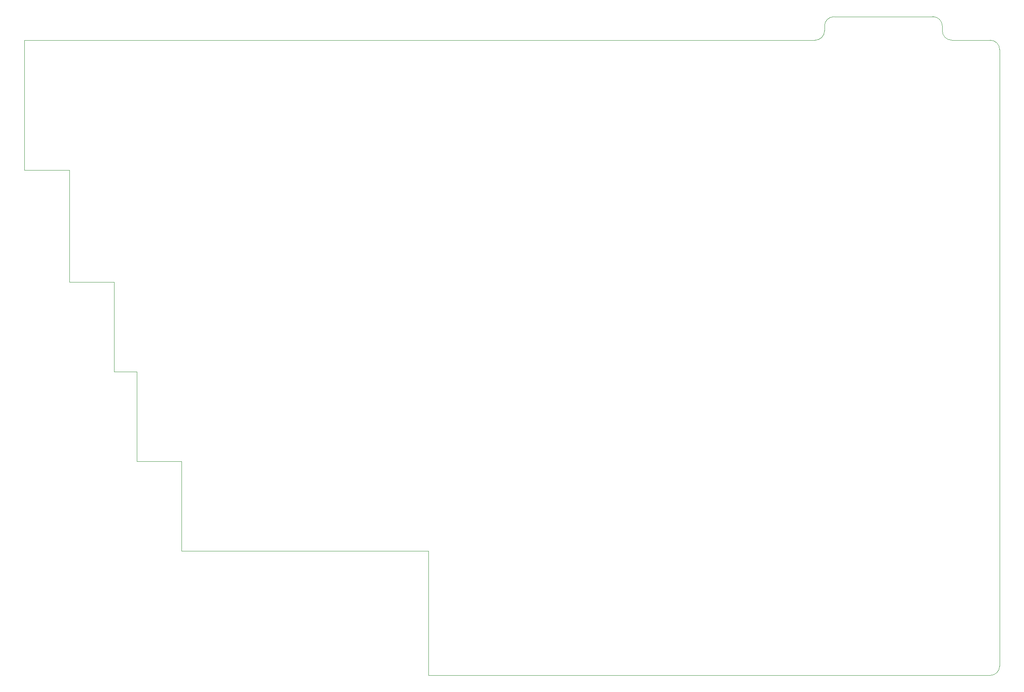
<source format=gbr>
%TF.GenerationSoftware,KiCad,Pcbnew,8.0.4*%
%TF.CreationDate,2024-10-18T15:09:14-05:00*%
%TF.ProjectId,numlocked_right,6e756d6c-6f63-46b6-9564-5f7269676874,rev?*%
%TF.SameCoordinates,Original*%
%TF.FileFunction,Profile,NP*%
%FSLAX46Y46*%
G04 Gerber Fmt 4.6, Leading zero omitted, Abs format (unit mm)*
G04 Created by KiCad (PCBNEW 8.0.4) date 2024-10-18 15:09:14*
%MOMM*%
%LPD*%
G01*
G04 APERTURE LIST*
%TA.AperFunction,Profile*%
%ADD10C,0.050000*%
%TD*%
G04 APERTURE END LIST*
D10*
X94012500Y-114516600D02*
X94012500Y-95466600D01*
X89250000Y-95466600D02*
X89250000Y-76416600D01*
X275168750Y-160000000D02*
X155925000Y-160000000D01*
X240000000Y-22000000D02*
X240000000Y-23000000D01*
X263000000Y-20000000D02*
X242000000Y-20000000D01*
X263000000Y-20000000D02*
G75*
G02*
X265000000Y-22000000I100J-1999900D01*
G01*
X228218750Y-25000000D02*
X235168750Y-25000000D01*
X105000000Y-25000000D02*
X100000000Y-25000000D01*
X155925000Y-133566600D02*
X155925000Y-160000000D01*
X240000000Y-23000000D02*
G75*
G02*
X238000000Y-25000000I-1999900J-100D01*
G01*
X275168750Y-25000000D02*
G75*
G02*
X277168700Y-27000000I50J-1999900D01*
G01*
X97500000Y-25000000D02*
X70200000Y-25000000D01*
X103537500Y-133566600D02*
X155925000Y-133566600D01*
X94012500Y-95466600D02*
X89250000Y-95466600D01*
X89250000Y-76416600D02*
X79725000Y-76416600D01*
X103537500Y-114516600D02*
X94012500Y-114516600D01*
X103537500Y-114516600D02*
X103537000Y-133566600D01*
X267000000Y-25000000D02*
G75*
G02*
X265000000Y-23000000I-100J1999900D01*
G01*
X70200000Y-52604100D02*
X70200000Y-25000000D01*
X265000000Y-23000000D02*
X265000000Y-22000000D01*
X277168750Y-158000000D02*
G75*
G02*
X275168750Y-159999950I-1999950J0D01*
G01*
X238000000Y-25000000D02*
X235168750Y-25000000D01*
X79725000Y-76416600D02*
X79725000Y-52604100D01*
X277168750Y-27000000D02*
X277168750Y-31000000D01*
X100000000Y-25000000D02*
X97500000Y-25000000D01*
X277168750Y-31000000D02*
X277168750Y-158000000D01*
X275168750Y-25000000D02*
X267000000Y-25000000D01*
X70200000Y-52604100D02*
X79725000Y-52604100D01*
X240000000Y-22000000D02*
G75*
G02*
X242000000Y-20000000I1999900J100D01*
G01*
X228218750Y-25000000D02*
X105000000Y-25000000D01*
M02*

</source>
